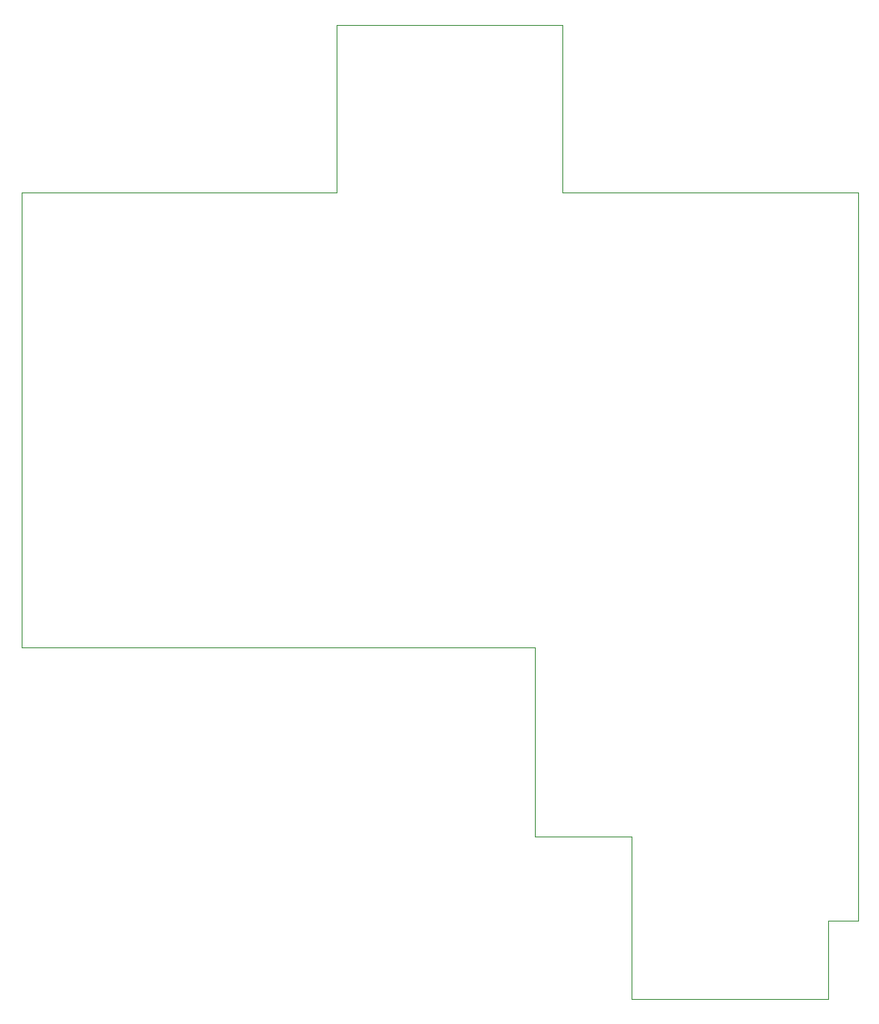
<source format=gm1>
G04 #@! TF.GenerationSoftware,KiCad,Pcbnew,9.0.5*
G04 #@! TF.CreationDate,2026-01-05T14:43:58+01:00*
G04 #@! TF.ProjectId,peak-ignitor-box-bms,7065616b-2d69-4676-9e69-746f722d626f,rev?*
G04 #@! TF.SameCoordinates,Original*
G04 #@! TF.FileFunction,Profile,NP*
%FSLAX46Y46*%
G04 Gerber Fmt 4.6, Leading zero omitted, Abs format (unit mm)*
G04 Created by KiCad (PCBNEW 9.0.5) date 2026-01-05 14:43:58*
%MOMM*%
%LPD*%
G01*
G04 APERTURE LIST*
G04 #@! TA.AperFunction,Profile*
%ADD10C,0.050000*%
G04 #@! TD*
G04 #@! TA.AperFunction,Profile*
%ADD11C,0.100000*%
G04 #@! TD*
G04 APERTURE END LIST*
D10*
X78000000Y-79250000D02*
X78000000Y-33000000D01*
X163000000Y-33000000D02*
X163000000Y-107000000D01*
X133000000Y-24000000D02*
X133000000Y-33000000D01*
X160000000Y-115000000D02*
X140000000Y-115000000D01*
X110000000Y-33000000D02*
X78000000Y-33000000D01*
X133000000Y-16000000D02*
X133000000Y-24000000D01*
D11*
X130200000Y-79250000D02*
X78000000Y-79250000D01*
D10*
X110000000Y-16000000D02*
X110000000Y-25000000D01*
D11*
X140000000Y-98500000D02*
X130200000Y-98500000D01*
D10*
X130200000Y-98500000D02*
X130200000Y-79250000D01*
D11*
X140000000Y-115000000D02*
X140000000Y-98500000D01*
D10*
X110000000Y-25000000D02*
X110000000Y-33000000D01*
X133000000Y-33000000D02*
X163000000Y-33000000D01*
X160000000Y-115000000D02*
X160000000Y-107000000D01*
X160000000Y-107000000D02*
X163000000Y-107000000D01*
X110000000Y-16000000D02*
X133000000Y-16000000D01*
M02*

</source>
